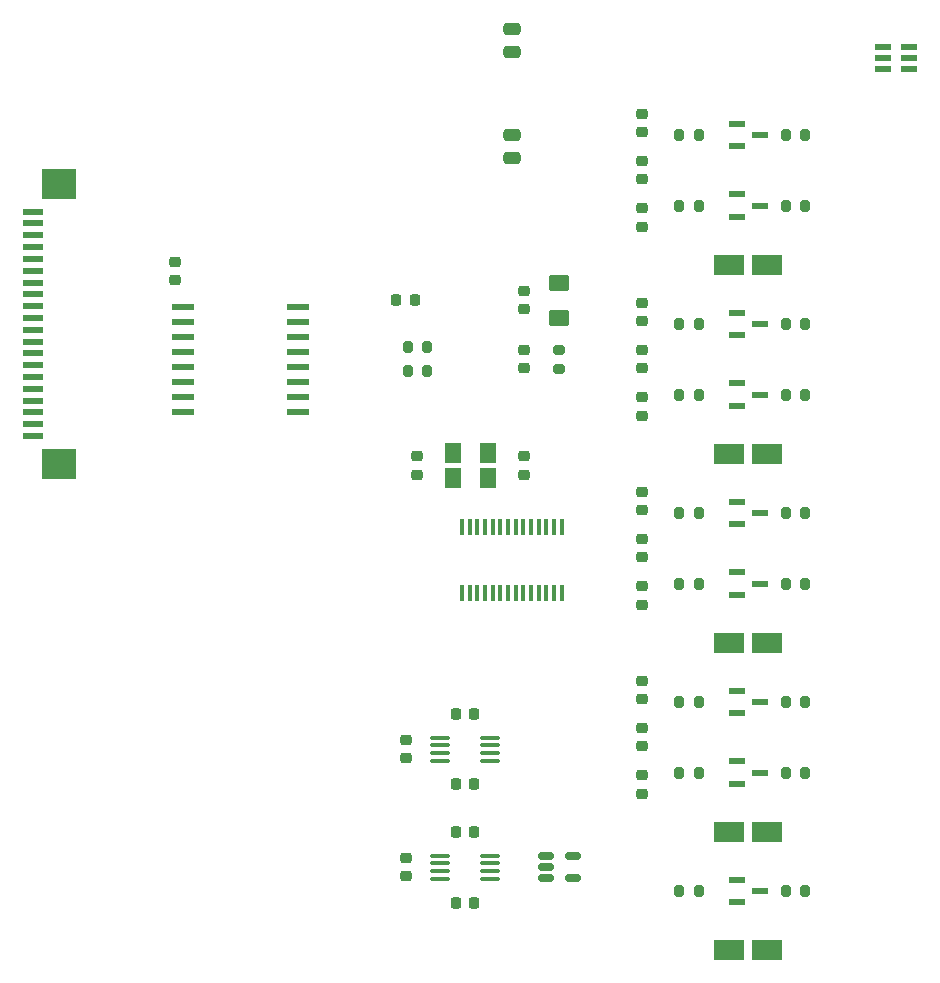
<source format=gbr>
%TF.GenerationSoftware,KiCad,Pcbnew,9.0.3*%
%TF.CreationDate,2025-07-19T20:22:36+03:00*%
%TF.ProjectId,PMCNV-AI4T,504d434e-562d-4414-9934-542e6b696361,rev?*%
%TF.SameCoordinates,Original*%
%TF.FileFunction,Paste,Top*%
%TF.FilePolarity,Positive*%
%FSLAX46Y46*%
G04 Gerber Fmt 4.6, Leading zero omitted, Abs format (unit mm)*
G04 Created by KiCad (PCBNEW 9.0.3) date 2025-07-19 20:22:36*
%MOMM*%
%LPD*%
G01*
G04 APERTURE LIST*
G04 Aperture macros list*
%AMRoundRect*
0 Rectangle with rounded corners*
0 $1 Rounding radius*
0 $2 $3 $4 $5 $6 $7 $8 $9 X,Y pos of 4 corners*
0 Add a 4 corners polygon primitive as box body*
4,1,4,$2,$3,$4,$5,$6,$7,$8,$9,$2,$3,0*
0 Add four circle primitives for the rounded corners*
1,1,$1+$1,$2,$3*
1,1,$1+$1,$4,$5*
1,1,$1+$1,$6,$7*
1,1,$1+$1,$8,$9*
0 Add four rect primitives between the rounded corners*
20,1,$1+$1,$2,$3,$4,$5,0*
20,1,$1+$1,$4,$5,$6,$7,0*
20,1,$1+$1,$6,$7,$8,$9,0*
20,1,$1+$1,$8,$9,$2,$3,0*%
G04 Aperture macros list end*
%ADD10RoundRect,0.200000X-0.200000X-0.275000X0.200000X-0.275000X0.200000X0.275000X-0.200000X0.275000X0*%
%ADD11R,1.397000X1.738275*%
%ADD12RoundRect,0.225000X-0.250000X0.225000X-0.250000X-0.225000X0.250000X-0.225000X0.250000X0.225000X0*%
%ADD13RoundRect,0.225000X0.250000X-0.225000X0.250000X0.225000X-0.250000X0.225000X-0.250000X-0.225000X0*%
%ADD14RoundRect,0.225000X0.225000X0.250000X-0.225000X0.250000X-0.225000X-0.250000X0.225000X-0.250000X0*%
%ADD15R,1.422400X0.558800*%
%ADD16R,2.565400X1.651000*%
%ADD17R,1.854200X0.482600*%
%ADD18RoundRect,0.200000X-0.275000X0.200000X-0.275000X-0.200000X0.275000X-0.200000X0.275000X0.200000X0*%
%ADD19R,1.473200X0.558800*%
%ADD20RoundRect,0.250000X0.475000X-0.250000X0.475000X0.250000X-0.475000X0.250000X-0.475000X-0.250000X0*%
%ADD21RoundRect,0.100000X-0.712500X-0.100000X0.712500X-0.100000X0.712500X0.100000X-0.712500X0.100000X0*%
%ADD22R,1.800000X0.600000*%
%ADD23R,3.000000X2.600000*%
%ADD24RoundRect,0.200000X0.200000X0.275000X-0.200000X0.275000X-0.200000X-0.275000X0.200000X-0.275000X0*%
%ADD25R,0.355600X1.473200*%
%ADD26RoundRect,0.150000X-0.512500X-0.150000X0.512500X-0.150000X0.512500X0.150000X-0.512500X0.150000X0*%
%ADD27RoundRect,0.250001X0.624999X-0.462499X0.624999X0.462499X-0.624999X0.462499X-0.624999X-0.462499X0*%
%ADD28RoundRect,0.250000X-0.475000X0.250000X-0.475000X-0.250000X0.475000X-0.250000X0.475000X0.250000X0*%
G04 APERTURE END LIST*
D10*
%TO.C,R4*%
X18175000Y30000000D03*
X19825000Y30000000D03*
%TD*%
D11*
%TO.C,C10*%
X2000000Y6913337D03*
X2000000Y9086663D03*
%TD*%
D10*
%TO.C,R16*%
X27175000Y-2000000D03*
X28825000Y-2000000D03*
%TD*%
D12*
%TO.C,C13*%
X-5000000Y-15225000D03*
X-5000000Y-16775000D03*
%TD*%
D13*
%TO.C,C28*%
X15000000Y-11775000D03*
X15000000Y-10225000D03*
%TD*%
%TO.C,C9*%
X5000000Y16225000D03*
X5000000Y17775000D03*
%TD*%
D14*
%TO.C,C15*%
X775000Y-29000000D03*
X-775000Y-29000000D03*
%TD*%
D13*
%TO.C,C7*%
X-4000000Y7225000D03*
X-4000000Y8775000D03*
%TD*%
%TO.C,C25*%
X15000000Y4225000D03*
X15000000Y5775000D03*
%TD*%
D15*
%TO.C,U9*%
X23034800Y36952500D03*
X23034800Y35047500D03*
X24965200Y36000000D03*
%TD*%
D16*
%TO.C,D2*%
X22387100Y-33000000D03*
X25612900Y-33000000D03*
%TD*%
D10*
%TO.C,R18*%
X18175000Y-18000000D03*
X19825000Y-18000000D03*
%TD*%
D17*
%TO.C,U7*%
X-23876800Y21445000D03*
X-23876800Y20175000D03*
X-23876800Y18905000D03*
X-23876800Y17635000D03*
X-23876800Y16365000D03*
X-23876800Y15095000D03*
X-23876800Y13825000D03*
X-23876800Y12555000D03*
X-14123200Y12555000D03*
X-14123200Y13825000D03*
X-14123200Y15095000D03*
X-14123200Y16365000D03*
X-14123200Y17635000D03*
X-14123200Y18905000D03*
X-14123200Y20175000D03*
X-14123200Y21445000D03*
%TD*%
D15*
%TO.C,U14*%
X23034800Y4952500D03*
X23034800Y3047500D03*
X24965200Y4000000D03*
%TD*%
D10*
%TO.C,R5*%
X27175000Y30000000D03*
X28825000Y30000000D03*
%TD*%
D18*
%TO.C,R3*%
X8000000Y17825000D03*
X8000000Y16175000D03*
%TD*%
D15*
%TO.C,U12*%
X23034800Y20952500D03*
X23034800Y19047500D03*
X24965200Y20000000D03*
%TD*%
D10*
%TO.C,R10*%
X18175000Y14000000D03*
X19825000Y14000000D03*
%TD*%
D14*
%TO.C,C5*%
X-4225000Y22000000D03*
X-5775000Y22000000D03*
%TD*%
D15*
%TO.C,U16*%
X23034800Y-11047500D03*
X23034800Y-12952500D03*
X24965200Y-12000000D03*
%TD*%
D16*
%TO.C,D1*%
X22387100Y25000000D03*
X25612900Y25000000D03*
%TD*%
D13*
%TO.C,C3*%
X-24500000Y23725000D03*
X-24500000Y25275000D03*
%TD*%
D10*
%TO.C,R8*%
X27175000Y-28000000D03*
X28825000Y-28000000D03*
%TD*%
D12*
%TO.C,C19*%
X15000000Y29775000D03*
X15000000Y28225000D03*
%TD*%
D10*
%TO.C,R9*%
X18175000Y-28000000D03*
X19825000Y-28000000D03*
%TD*%
D19*
%TO.C,U18*%
X37617600Y41549999D03*
X37617600Y42500000D03*
X37617600Y43450001D03*
X35382400Y43450001D03*
X35382400Y42500000D03*
X35382400Y41549999D03*
%TD*%
D20*
%TO.C,C2*%
X4000000Y34050000D03*
X4000000Y35950000D03*
%TD*%
D15*
%TO.C,U10*%
X23034800Y-27047500D03*
X23034800Y-28952500D03*
X24965200Y-28000000D03*
%TD*%
D12*
%TO.C,C14*%
X-5000000Y-25225000D03*
X-5000000Y-26775000D03*
%TD*%
D15*
%TO.C,U11*%
X23034800Y14952500D03*
X23034800Y13047500D03*
X24965200Y14000000D03*
%TD*%
D13*
%TO.C,C22*%
X15000000Y20225000D03*
X15000000Y21775000D03*
%TD*%
D10*
%TO.C,R21*%
X27175000Y-12000000D03*
X28825000Y-12000000D03*
%TD*%
D11*
%TO.C,C8*%
X-1000000Y6913337D03*
X-1000000Y9086663D03*
%TD*%
D14*
%TO.C,C16*%
X775000Y-23000000D03*
X-775000Y-23000000D03*
%TD*%
D13*
%TO.C,C12*%
X5000000Y7225000D03*
X5000000Y8775000D03*
%TD*%
D12*
%TO.C,C20*%
X15000000Y13775000D03*
X15000000Y12225000D03*
%TD*%
%TO.C,C11*%
X5000000Y22775000D03*
X5000000Y21225000D03*
%TD*%
D16*
%TO.C,D3*%
X22387100Y9000000D03*
X25612900Y9000000D03*
%TD*%
D13*
%TO.C,C17*%
X15000000Y36225000D03*
X15000000Y37775000D03*
%TD*%
D10*
%TO.C,R17*%
X27175000Y4000000D03*
X28825000Y4000000D03*
%TD*%
%TO.C,R6*%
X18175000Y36000000D03*
X19825000Y36000000D03*
%TD*%
%TO.C,R13*%
X27175000Y20000000D03*
X28825000Y20000000D03*
%TD*%
D13*
%TO.C,C21*%
X15000000Y16225000D03*
X15000000Y17775000D03*
%TD*%
%TO.C,C24*%
X15000000Y225000D03*
X15000000Y1775000D03*
%TD*%
D14*
%TO.C,C6*%
X775000Y-13000000D03*
X-775000Y-13000000D03*
%TD*%
D13*
%TO.C,C18*%
X15000000Y32225000D03*
X15000000Y33775000D03*
%TD*%
D16*
%TO.C,D4*%
X22387100Y-7000000D03*
X25612900Y-7000000D03*
%TD*%
D21*
%TO.C,U6*%
X-2112500Y-15025000D03*
X-2112500Y-15675000D03*
X-2112500Y-16325000D03*
X-2112500Y-16975000D03*
X2112500Y-16975000D03*
X2112500Y-16325000D03*
X2112500Y-15675000D03*
X2112500Y-15025000D03*
%TD*%
D22*
%TO.C,JM1*%
X-36546000Y10500000D03*
X-36546000Y11500000D03*
X-36546000Y12500000D03*
X-36546000Y13500000D03*
X-36546000Y14500000D03*
X-36546000Y15500000D03*
X-36546000Y16500000D03*
X-36546000Y17500000D03*
X-36546000Y18500000D03*
X-36546000Y19500000D03*
X-36546000Y20500000D03*
X-36546000Y21500000D03*
X-36546000Y22500000D03*
X-36546000Y23500000D03*
X-36546000Y24500000D03*
X-36546000Y25500000D03*
X-36546000Y26500000D03*
X-36546000Y27500000D03*
X-36546000Y28500000D03*
X-36546000Y29500000D03*
D23*
X-34375000Y8150000D03*
X-34375000Y31850000D03*
%TD*%
D10*
%TO.C,R11*%
X18175000Y20000000D03*
X19825000Y20000000D03*
%TD*%
%TO.C,R7*%
X27175000Y36000000D03*
X28825000Y36000000D03*
%TD*%
D24*
%TO.C,R1*%
X-3175000Y18000000D03*
X-4825000Y18000000D03*
%TD*%
D21*
%TO.C,U3*%
X-2112500Y-25025000D03*
X-2112500Y-25675000D03*
X-2112500Y-26325000D03*
X-2112500Y-26975000D03*
X2112500Y-26975000D03*
X2112500Y-26325000D03*
X2112500Y-25675000D03*
X2112500Y-25025000D03*
%TD*%
D25*
%TO.C,U2*%
X-225000Y-2819400D03*
X425001Y-2819400D03*
X1075000Y-2819400D03*
X1725001Y-2819400D03*
X2374999Y-2819400D03*
X3025001Y-2819400D03*
X3674999Y-2819400D03*
X4324998Y-2819400D03*
X4974999Y-2819400D03*
X5624998Y-2819400D03*
X6274999Y-2819400D03*
X6924998Y-2819400D03*
X7574999Y-2819400D03*
X8224998Y-2819400D03*
X8225000Y2819400D03*
X7574999Y2819400D03*
X6925000Y2819400D03*
X6274999Y2819400D03*
X5625001Y2819400D03*
X4974999Y2819400D03*
X4325001Y2819400D03*
X3674999Y2819400D03*
X3025001Y2819400D03*
X2374999Y2819400D03*
X1725001Y2819400D03*
X1075000Y2819400D03*
X425001Y2819400D03*
X-225000Y2819400D03*
%TD*%
D10*
%TO.C,R20*%
X27175000Y-18000000D03*
X28825000Y-18000000D03*
%TD*%
D26*
%TO.C,U17*%
X6862500Y-25050000D03*
X6862500Y-26000000D03*
X6862500Y-26950000D03*
X9137500Y-26950000D03*
X9137500Y-25050000D03*
%TD*%
D14*
%TO.C,C4*%
X775000Y-19000000D03*
X-775000Y-19000000D03*
%TD*%
D12*
%TO.C,C26*%
X15000000Y-18225000D03*
X15000000Y-19775000D03*
%TD*%
D10*
%TO.C,R15*%
X18175000Y4000000D03*
X19825000Y4000000D03*
%TD*%
D16*
%TO.C,D5*%
X22387100Y-23000000D03*
X25612900Y-23000000D03*
%TD*%
D15*
%TO.C,U13*%
X23034800Y-1047500D03*
X23034800Y-2952500D03*
X24965200Y-2000000D03*
%TD*%
%TO.C,U15*%
X23034800Y-17047500D03*
X23034800Y-18952500D03*
X24965200Y-18000000D03*
%TD*%
D27*
%TO.C,L1*%
X8000000Y20512500D03*
X8000000Y23487500D03*
%TD*%
D24*
%TO.C,R2*%
X-3175000Y16000000D03*
X-4825000Y16000000D03*
%TD*%
D13*
%TO.C,C27*%
X15000000Y-15775000D03*
X15000000Y-14225000D03*
%TD*%
D15*
%TO.C,U8*%
X23034800Y30952500D03*
X23034800Y29047500D03*
X24965200Y30000000D03*
%TD*%
D10*
%TO.C,R19*%
X18175000Y-12000000D03*
X19825000Y-12000000D03*
%TD*%
%TO.C,R12*%
X27175000Y14000000D03*
X28825000Y14000000D03*
%TD*%
D12*
%TO.C,C23*%
X15000000Y-2225000D03*
X15000000Y-3775000D03*
%TD*%
D10*
%TO.C,R14*%
X18175000Y-2000000D03*
X19825000Y-2000000D03*
%TD*%
D28*
%TO.C,C1*%
X4000000Y44950000D03*
X4000000Y43050000D03*
%TD*%
M02*

</source>
